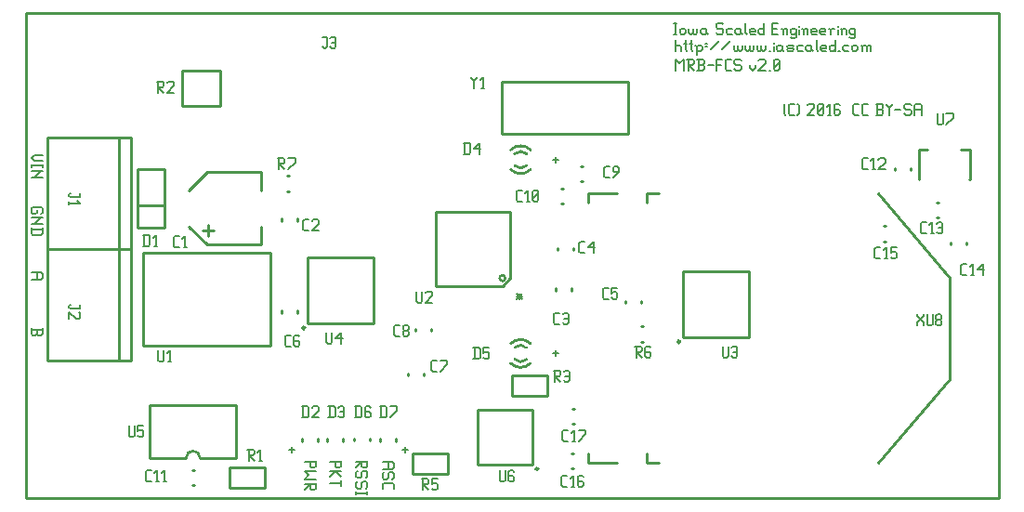
<source format=gto>
G04 start of page 9 for group -4079 idx -4079 *
G04 Title: (unknown), topsilk *
G04 Creator: pcb 20140316 *
G04 CreationDate: Tue 08 Nov 2016 05:00:26 PM GMT UTC *
G04 For: ndholmes *
G04 Format: Gerber/RS-274X *
G04 PCB-Dimensions (mil): 3500.00 1750.00 *
G04 PCB-Coordinate-Origin: lower left *
%MOIN*%
%FSLAX25Y25*%
%LNTOPSILK*%
%ADD89C,0.0080*%
%ADD88C,0.0100*%
G54D88*X500Y500D02*Y174500D01*
X349500D01*
Y500D02*Y174500D01*
Y500D02*X500D01*
G54D89*X233000Y171000D02*X234000D01*
X233500D02*Y167000D01*
X233000D02*X234000D01*
X235200Y168500D02*Y167500D01*
Y168500D02*X235700Y169000D01*
X236700D01*
X237200Y168500D01*
Y167500D01*
X236700Y167000D02*X237200Y167500D01*
X235700Y167000D02*X236700D01*
X235200Y167500D02*X235700Y167000D01*
X238400Y169000D02*Y167500D01*
X238900Y167000D01*
X239400D01*
X239900Y167500D01*
Y169000D02*Y167500D01*
X240400Y167000D01*
X240900D01*
X241400Y167500D01*
Y169000D02*Y167500D01*
X244100Y169000D02*X244600Y168500D01*
X243100Y169000D02*X244100D01*
X242600Y168500D02*X243100Y169000D01*
X242600Y168500D02*Y167500D01*
X243100Y167000D01*
X244600Y169000D02*Y167500D01*
X245100Y167000D01*
X243100D02*X244100D01*
X244600Y167500D01*
X250100Y171000D02*X250600Y170500D01*
X248600Y171000D02*X250100D01*
X248100Y170500D02*X248600Y171000D01*
X248100Y170500D02*Y169500D01*
X248600Y169000D01*
X250100D01*
X250600Y168500D01*
Y167500D01*
X250100Y167000D02*X250600Y167500D01*
X248600Y167000D02*X250100D01*
X248100Y167500D02*X248600Y167000D01*
X252300Y169000D02*X253800D01*
X251800Y168500D02*X252300Y169000D01*
X251800Y168500D02*Y167500D01*
X252300Y167000D01*
X253800D01*
X256500Y169000D02*X257000Y168500D01*
X255500Y169000D02*X256500D01*
X255000Y168500D02*X255500Y169000D01*
X255000Y168500D02*Y167500D01*
X255500Y167000D01*
X257000Y169000D02*Y167500D01*
X257500Y167000D01*
X255500D02*X256500D01*
X257000Y167500D01*
X258700Y171000D02*Y167500D01*
X259200Y167000D01*
X260700D02*X262200D01*
X260200Y167500D02*X260700Y167000D01*
X260200Y168500D02*Y167500D01*
Y168500D02*X260700Y169000D01*
X261700D01*
X262200Y168500D01*
X260200Y168000D02*X262200D01*
Y168500D02*Y168000D01*
X265400Y171000D02*Y167000D01*
X264900D02*X265400Y167500D01*
X263900Y167000D02*X264900D01*
X263400Y167500D02*X263900Y167000D01*
X263400Y168500D02*Y167500D01*
Y168500D02*X263900Y169000D01*
X264900D01*
X265400Y168500D01*
X268400Y169000D02*X269900D01*
X268400Y167000D02*X270400D01*
X268400Y171000D02*Y167000D01*
Y171000D02*X270400D01*
X272100Y168500D02*Y167000D01*
Y168500D02*X272600Y169000D01*
X273100D01*
X273600Y168500D01*
Y167000D01*
X271600Y169000D02*X272100Y168500D01*
X276300Y169000D02*X276800Y168500D01*
X275300Y169000D02*X276300D01*
X274800Y168500D02*X275300Y169000D01*
X274800Y168500D02*Y167500D01*
X275300Y167000D01*
X276300D01*
X276800Y167500D01*
X274800Y166000D02*X275300Y165500D01*
X276300D01*
X276800Y166000D01*
Y169000D02*Y166000D01*
X278000Y170000D02*Y169500D01*
Y168500D02*Y167000D01*
X279500Y168500D02*Y167000D01*
Y168500D02*X280000Y169000D01*
X280500D01*
X281000Y168500D01*
Y167000D01*
X279000Y169000D02*X279500Y168500D01*
X282700Y167000D02*X284200D01*
X282200Y167500D02*X282700Y167000D01*
X282200Y168500D02*Y167500D01*
Y168500D02*X282700Y169000D01*
X283700D01*
X284200Y168500D01*
X282200Y168000D02*X284200D01*
Y168500D02*Y168000D01*
X285900Y167000D02*X287400D01*
X285400Y167500D02*X285900Y167000D01*
X285400Y168500D02*Y167500D01*
Y168500D02*X285900Y169000D01*
X286900D01*
X287400Y168500D01*
X285400Y168000D02*X287400D01*
Y168500D02*Y168000D01*
X289100Y168500D02*Y167000D01*
Y168500D02*X289600Y169000D01*
X290600D01*
X288600D02*X289100Y168500D01*
X291800Y170000D02*Y169500D01*
Y168500D02*Y167000D01*
X293300Y168500D02*Y167000D01*
Y168500D02*X293800Y169000D01*
X294300D01*
X294800Y168500D01*
Y167000D01*
X292800Y169000D02*X293300Y168500D01*
X297500Y169000D02*X298000Y168500D01*
X296500Y169000D02*X297500D01*
X296000Y168500D02*X296500Y169000D01*
X296000Y168500D02*Y167500D01*
X296500Y167000D01*
X297500D01*
X298000Y167500D01*
X296000Y166000D02*X296500Y165500D01*
X297500D01*
X298000Y166000D01*
Y169000D02*Y166000D01*
X233500Y165000D02*Y161000D01*
Y162500D02*X234000Y163000D01*
X235000D01*
X235500Y162500D01*
Y161000D01*
X237200Y165000D02*Y161500D01*
X237700Y161000D01*
X236700Y163500D02*X237700D01*
X239200Y165000D02*Y161500D01*
X239700Y161000D01*
X238700Y163500D02*X239700D01*
X241200Y162500D02*Y159500D01*
X240700Y163000D02*X241200Y162500D01*
X241700Y163000D01*
X242700D01*
X243200Y162500D01*
Y161500D01*
X242700Y161000D02*X243200Y161500D01*
X241700Y161000D02*X242700D01*
X241200Y161500D02*X241700Y161000D01*
X244400Y163500D02*X244900D01*
X244400Y162500D02*X244900D01*
X246100Y161500D02*X249100Y164500D01*
X250300Y161500D02*X253300Y164500D01*
X254500Y163000D02*Y161500D01*
X255000Y161000D01*
X255500D01*
X256000Y161500D01*
Y163000D02*Y161500D01*
X256500Y161000D01*
X257000D01*
X257500Y161500D01*
Y163000D02*Y161500D01*
X258700Y163000D02*Y161500D01*
X259200Y161000D01*
X259700D01*
X260200Y161500D01*
Y163000D02*Y161500D01*
X260700Y161000D01*
X261200D01*
X261700Y161500D01*
Y163000D02*Y161500D01*
X262900Y163000D02*Y161500D01*
X263400Y161000D01*
X263900D01*
X264400Y161500D01*
Y163000D02*Y161500D01*
X264900Y161000D01*
X265400D01*
X265900Y161500D01*
Y163000D02*Y161500D01*
X267100Y161000D02*X267600D01*
X268800Y164000D02*Y163500D01*
Y162500D02*Y161000D01*
X271300Y163000D02*X271800Y162500D01*
X270300Y163000D02*X271300D01*
X269800Y162500D02*X270300Y163000D01*
X269800Y162500D02*Y161500D01*
X270300Y161000D01*
X271800Y163000D02*Y161500D01*
X272300Y161000D01*
X270300D02*X271300D01*
X271800Y161500D01*
X274000Y161000D02*X275500D01*
X276000Y161500D01*
X275500Y162000D02*X276000Y161500D01*
X274000Y162000D02*X275500D01*
X273500Y162500D02*X274000Y162000D01*
X273500Y162500D02*X274000Y163000D01*
X275500D01*
X276000Y162500D01*
X273500Y161500D02*X274000Y161000D01*
X277700Y163000D02*X279200D01*
X277200Y162500D02*X277700Y163000D01*
X277200Y162500D02*Y161500D01*
X277700Y161000D01*
X279200D01*
X281900Y163000D02*X282400Y162500D01*
X280900Y163000D02*X281900D01*
X280400Y162500D02*X280900Y163000D01*
X280400Y162500D02*Y161500D01*
X280900Y161000D01*
X282400Y163000D02*Y161500D01*
X282900Y161000D01*
X280900D02*X281900D01*
X282400Y161500D01*
X284100Y165000D02*Y161500D01*
X284600Y161000D01*
X286100D02*X287600D01*
X285600Y161500D02*X286100Y161000D01*
X285600Y162500D02*Y161500D01*
Y162500D02*X286100Y163000D01*
X287100D01*
X287600Y162500D01*
X285600Y162000D02*X287600D01*
Y162500D02*Y162000D01*
X290800Y165000D02*Y161000D01*
X290300D02*X290800Y161500D01*
X289300Y161000D02*X290300D01*
X288800Y161500D02*X289300Y161000D01*
X288800Y162500D02*Y161500D01*
Y162500D02*X289300Y163000D01*
X290300D01*
X290800Y162500D01*
X292000Y161000D02*X292500D01*
X294200Y163000D02*X295700D01*
X293700Y162500D02*X294200Y163000D01*
X293700Y162500D02*Y161500D01*
X294200Y161000D01*
X295700D01*
X296900Y162500D02*Y161500D01*
Y162500D02*X297400Y163000D01*
X298400D01*
X298900Y162500D01*
Y161500D01*
X298400Y161000D02*X298900Y161500D01*
X297400Y161000D02*X298400D01*
X296900Y161500D02*X297400Y161000D01*
X300600Y162500D02*Y161000D01*
Y162500D02*X301100Y163000D01*
X301600D01*
X302100Y162500D01*
Y161000D01*
Y162500D02*X302600Y163000D01*
X303100D01*
X303600Y162500D01*
Y161000D01*
X300100Y163000D02*X300600Y162500D01*
X233500Y158000D02*Y154000D01*
Y158000D02*X235000Y156500D01*
X236500Y158000D01*
Y154000D01*
X237700Y158000D02*X239700D01*
X240200Y157500D01*
Y156500D01*
X239700Y156000D02*X240200Y156500D01*
X238200Y156000D02*X239700D01*
X238200Y158000D02*Y154000D01*
Y156000D02*X240200Y154000D01*
X241400D02*X243400D01*
X243900Y154500D01*
Y155500D02*Y154500D01*
X243400Y156000D02*X243900Y155500D01*
X241900Y156000D02*X243400D01*
X241900Y158000D02*Y154000D01*
X241400Y158000D02*X243400D01*
X243900Y157500D01*
Y156500D01*
X243400Y156000D02*X243900Y156500D01*
X245100Y156000D02*X247100D01*
X248300Y158000D02*Y154000D01*
Y158000D02*X250300D01*
X248300Y156000D02*X249800D01*
X252000Y154000D02*X253500D01*
X251500Y154500D02*X252000Y154000D01*
X251500Y157500D02*Y154500D01*
Y157500D02*X252000Y158000D01*
X253500D01*
X256700D02*X257200Y157500D01*
X255200Y158000D02*X256700D01*
X254700Y157500D02*X255200Y158000D01*
X254700Y157500D02*Y156500D01*
X255200Y156000D01*
X256700D01*
X257200Y155500D01*
Y154500D01*
X256700Y154000D02*X257200Y154500D01*
X255200Y154000D02*X256700D01*
X254700Y154500D02*X255200Y154000D01*
X260200Y156000D02*Y155000D01*
X261200Y154000D01*
X262200Y155000D01*
Y156000D02*Y155000D01*
X263400Y157500D02*X263900Y158000D01*
X265400D01*
X265900Y157500D01*
Y156500D01*
X263400Y154000D02*X265900Y156500D01*
X263400Y154000D02*X265900D01*
X267100D02*X267600D01*
X268800Y154500D02*X269300Y154000D01*
X268800Y157500D02*Y154500D01*
Y157500D02*X269300Y158000D01*
X270300D01*
X270800Y157500D01*
Y154500D01*
X270300Y154000D02*X270800Y154500D01*
X269300Y154000D02*X270300D01*
X268800Y155000D02*X270800Y157000D01*
X272500Y138500D02*X273000Y138000D01*
X272500Y141500D02*X273000Y142000D01*
X272500Y141500D02*Y138500D01*
X274700Y138000D02*X276200D01*
X274200Y138500D02*X274700Y138000D01*
X274200Y141500D02*Y138500D01*
Y141500D02*X274700Y142000D01*
X276200D01*
X277400D02*X277900Y141500D01*
Y138500D01*
X277400Y138000D02*X277900Y138500D01*
X280900Y141500D02*X281400Y142000D01*
X282900D01*
X283400Y141500D01*
Y140500D01*
X280900Y138000D02*X283400Y140500D01*
X280900Y138000D02*X283400D01*
X284600Y138500D02*X285100Y138000D01*
X284600Y141500D02*Y138500D01*
Y141500D02*X285100Y142000D01*
X286100D01*
X286600Y141500D01*
Y138500D01*
X286100Y138000D02*X286600Y138500D01*
X285100Y138000D02*X286100D01*
X284600Y139000D02*X286600Y141000D01*
X288300Y138000D02*X289300D01*
X288800Y142000D02*Y138000D01*
X287800Y141000D02*X288800Y142000D01*
X292000D02*X292500Y141500D01*
X291000Y142000D02*X292000D01*
X290500Y141500D02*X291000Y142000D01*
X290500Y141500D02*Y138500D01*
X291000Y138000D01*
X292000Y140000D02*X292500Y139500D01*
X290500Y140000D02*X292000D01*
X291000Y138000D02*X292000D01*
X292500Y138500D01*
Y139500D02*Y138500D01*
X297800Y138000D02*X299300D01*
X297300Y138500D02*X297800Y138000D01*
X297300Y141500D02*Y138500D01*
Y141500D02*X297800Y142000D01*
X299300D01*
X301000Y138000D02*X302500D01*
X300500Y138500D02*X301000Y138000D01*
X300500Y141500D02*Y138500D01*
Y141500D02*X301000Y142000D01*
X302500D01*
X305500Y138000D02*X307500D01*
X308000Y138500D01*
Y139500D02*Y138500D01*
X307500Y140000D02*X308000Y139500D01*
X306000Y140000D02*X307500D01*
X306000Y142000D02*Y138000D01*
X305500Y142000D02*X307500D01*
X308000Y141500D01*
Y140500D01*
X307500Y140000D02*X308000Y140500D01*
X309200Y142000D02*Y141500D01*
X310200Y140500D01*
X311200Y141500D01*
Y142000D02*Y141500D01*
X310200Y140500D02*Y138000D01*
X312400Y140000D02*X314400D01*
X317600Y142000D02*X318100Y141500D01*
X316100Y142000D02*X317600D01*
X315600Y141500D02*X316100Y142000D01*
X315600Y141500D02*Y140500D01*
X316100Y140000D01*
X317600D01*
X318100Y139500D01*
Y138500D01*
X317600Y138000D02*X318100Y138500D01*
X316100Y138000D02*X317600D01*
X315600Y138500D02*X316100Y138000D01*
X319300Y141500D02*Y138000D01*
Y141500D02*X319800Y142000D01*
X321300D01*
X321800Y141500D01*
Y138000D01*
X319300Y140000D02*X321800D01*
X3500Y123500D02*X6500D01*
X3500D02*X2500Y122500D01*
X3500Y121500D01*
X6500D01*
Y120300D02*Y119300D01*
X2500Y119800D02*X6500D01*
X2500Y120300D02*Y119300D01*
Y118100D02*X6500D01*
X6000D02*X6500D01*
X6000D02*X3500Y115600D01*
X2500D02*X6500D01*
Y103000D02*X6000Y102500D01*
X6500Y104500D02*Y103000D01*
X6000Y105000D02*X6500Y104500D01*
X3000Y105000D02*X6000D01*
X3000D02*X2500Y104500D01*
Y103000D01*
X3000Y102500D01*
X4000D01*
X4500Y103000D02*X4000Y102500D01*
X4500Y104000D02*Y103000D01*
X2500Y101300D02*X6500D01*
X6000D02*X6500D01*
X6000D02*X3500Y98800D01*
X2500D02*X6500D01*
X2500Y97100D02*X6500D01*
Y95600D02*X6000Y95100D01*
X3000D02*X6000D01*
X2500Y95600D02*X3000Y95100D01*
X2500Y97600D02*Y95600D01*
X6500Y97600D02*Y95600D01*
X2500Y81500D02*X6000D01*
X6500Y81000D01*
Y79500D01*
X6000Y79000D01*
X2500D02*X6000D01*
X4500Y81500D02*Y79000D01*
X2500Y61500D02*Y59500D01*
X3000Y59000D01*
X4000D01*
X4500Y59500D02*X4000Y59000D01*
X4500Y61000D02*Y59500D01*
X2500Y61000D02*X6500D01*
Y61500D02*Y59500D01*
X6000Y59000D01*
X5000D02*X6000D01*
X4500Y59500D02*X5000Y59000D01*
X100500Y13500D02*X104500D01*
Y14000D02*Y12000D01*
X104000Y11500D01*
X103000D02*X104000D01*
X102500Y12000D02*X103000Y11500D01*
X102500Y13500D02*Y12000D01*
X100500Y10300D02*X104500D01*
X100500D02*X102000Y8800D01*
X100500Y7300D01*
X104500D01*
Y6100D02*Y4100D01*
X104000Y3600D01*
X103000D02*X104000D01*
X102500Y4100D02*X103000Y3600D01*
X102500Y5600D02*Y4100D01*
X100500Y5600D02*X104500D01*
X102500D02*X100500Y3600D01*
X94900Y17900D02*X96900D01*
X95900Y18900D02*Y16900D01*
X109500Y13500D02*X113500D01*
Y14000D02*Y12000D01*
X113000Y11500D01*
X112000D02*X113000D01*
X111500Y12000D02*X112000Y11500D01*
X111500Y13500D02*Y12000D01*
X109500Y10300D02*X113500D01*
X111500D02*X113500Y8300D01*
X111500Y10300D02*X109500Y8300D01*
X113500Y7100D02*Y5100D01*
X109500Y6100D02*X113500D01*
X123000Y14000D02*Y12000D01*
X122500Y11500D01*
X121500D02*X122500D01*
X121000Y12000D02*X121500Y11500D01*
X121000Y13500D02*Y12000D01*
X119000Y13500D02*X123000D01*
X121000D02*X119000Y11500D01*
X123000Y8300D02*X122500Y7800D01*
X123000Y9800D02*Y8300D01*
X122500Y10300D02*X123000Y9800D01*
X121500Y10300D02*X122500D01*
X121500D02*X121000Y9800D01*
Y8300D01*
X120500Y7800D01*
X119500D02*X120500D01*
X119000Y8300D02*X119500Y7800D01*
X119000Y9800D02*Y8300D01*
X119500Y10300D02*X119000Y9800D01*
X123000Y4600D02*X122500Y4100D01*
X123000Y6100D02*Y4600D01*
X122500Y6600D02*X123000Y6100D01*
X121500Y6600D02*X122500D01*
X121500D02*X121000Y6100D01*
Y4600D01*
X120500Y4100D01*
X119500D02*X120500D01*
X119000Y4600D02*X119500Y4100D01*
X119000Y6100D02*Y4600D01*
X119500Y6600D02*X119000Y6100D01*
X123000Y2900D02*Y1900D01*
X119000Y2400D02*X123000D01*
X119000Y2900D02*Y1900D01*
X128500Y13500D02*X132000D01*
X132500Y13000D01*
Y11500D01*
X132000Y11000D01*
X128500D02*X132000D01*
X130500Y13500D02*Y11000D01*
X132500Y7800D02*X132000Y7300D01*
X132500Y9300D02*Y7800D01*
X132000Y9800D02*X132500Y9300D01*
X131000Y9800D02*X132000D01*
X131000D02*X130500Y9300D01*
Y7800D01*
X130000Y7300D01*
X129000D02*X130000D01*
X128500Y7800D02*X129000Y7300D01*
X128500Y9300D02*Y7800D01*
X129000Y9800D02*X128500Y9300D01*
Y5600D02*Y4100D01*
X129000Y6100D02*X128500Y5600D01*
X129000Y6100D02*X132000D01*
X132500Y5600D01*
Y4100D01*
X135500Y18000D02*X137500D01*
X136500Y19000D02*Y17000D01*
X176500Y74000D02*X178500Y72000D01*
X176500D02*X178500Y74000D01*
X176500Y73000D02*X178500D01*
X177500Y74000D02*Y72000D01*
X189500Y122000D02*X191500D01*
X190500Y123000D02*Y121000D01*
X189500Y52500D02*X191500D01*
X190500Y53500D02*Y51500D01*
G54D88*X143255Y45350D02*Y44564D01*
X137745Y45350D02*Y44564D01*
X133255Y21893D02*Y21107D01*
X127745Y21893D02*Y21107D01*
X139201Y16741D02*X151799D01*
Y9259D01*
X139201D02*X151799D01*
X139201Y16741D02*Y9259D01*
X162657Y12657D02*X182343D01*
X162657Y32343D02*Y12657D01*
Y32343D02*X182343D01*
Y12657D01*
X184343Y11157D02*G75*G03X184343Y11157I-500J0D01*G01*
X196107Y11245D02*X196893D01*
X196107Y16755D02*X196893D01*
X196607Y27245D02*X197393D01*
X196607Y32755D02*X197393D01*
X174853Y44666D02*X187451D01*
Y37184D01*
X174853D01*
Y44666D01*
X114255Y21850D02*Y21064D01*
X108745Y21850D02*Y21064D01*
X123755Y21936D02*Y21150D01*
X118245Y21936D02*Y21150D01*
X8200Y130000D02*Y90000D01*
X38200Y130000D02*Y90000D01*
X33800Y130000D02*Y90000D01*
X8200Y130000D02*X38200D01*
X8200Y90000D02*X38200D01*
X8200D02*Y50000D01*
X38200Y90000D02*Y50000D01*
X33800Y90000D02*Y50000D01*
X8200Y90000D02*X38200D01*
X8200Y50000D02*X38200D01*
X94107Y110788D02*X94893D01*
X94107Y116298D02*X94893D01*
X84992Y98004D02*Y91508D01*
Y117492D02*Y110996D01*
X65504Y117492D02*X84992D01*
X65504Y91508D02*X84992D01*
X65504Y117492D02*X59008Y110996D01*
X65504Y91508D02*X59008Y98004D01*
X66000Y98500D02*Y94500D01*
X64000Y96500D02*X68000D01*
X50300Y118500D02*Y97500D01*
X40700Y118500D02*Y97500D01*
X50300D01*
X40700Y118500D02*X50300D01*
X40700Y105500D02*X50300D01*
X42665Y55126D02*X88335D01*
X42665Y88590D02*X88335D01*
X42665D02*Y55126D01*
X88335Y88590D02*Y55126D01*
X97755Y67893D02*Y67107D01*
X92245Y67893D02*Y67107D01*
Y100893D02*Y100107D01*
X97755Y100893D02*Y100107D01*
X101689Y86811D02*Y63189D01*
Y86811D02*X125311D01*
Y63189D01*
X101689D02*X125311D01*
X100189Y61189D02*G75*G03X100189Y61189I0J500D01*G01*
X60107Y10755D02*X60893D01*
X60107Y5245D02*X60893D01*
X73701Y4259D02*X86299D01*
X73701Y11741D02*Y4259D01*
Y11741D02*X86299D01*
Y4259D01*
X56610Y153799D02*Y141201D01*
Y153799D02*X70390D01*
Y141201D01*
X56610D02*X70390D01*
X76000Y34000D02*Y15000D01*
X45000Y34000D02*X76000D01*
X45000D02*Y15000D01*
X63000D02*X76000D01*
X45000D02*X58000D01*
X63000D02*G75*G03X58000Y15000I-2500J0D01*G01*
X105255Y21893D02*Y21107D01*
X99745Y21893D02*Y21107D01*
X145755Y61393D02*Y60607D01*
X140245Y61393D02*Y60607D01*
X175879Y119879D02*G75*G03X180121Y119879I2121J2121D01*G01*
X180121Y124121D02*G75*G03X175879Y124121I-2121J-2121D01*G01*
X174464Y118464D02*G75*G03X181536Y118464I3536J3536D01*G01*
X181536Y125536D02*G75*G03X174464Y125536I-3536J-3536D01*G01*
X192607Y111755D02*X193393D01*
X192607Y106245D02*X193393D01*
X199607Y114245D02*X200393D01*
X199607Y119755D02*X200393D01*
X171362Y131150D02*X216638D01*
X171362Y149850D02*Y131150D01*
Y149850D02*X216638D01*
Y131150D01*
X221255Y71393D02*Y70607D01*
X215745Y71393D02*Y70607D01*
X221150Y62255D02*X221936D01*
X221150Y56745D02*X221936D01*
X175879Y50379D02*G75*G03X180121Y50379I2121J2121D01*G01*
X180121Y54621D02*G75*G03X175879Y54621I-2121J-2121D01*G01*
X174464Y48964D02*G75*G03X181536Y48964I3536J3536D01*G01*
X181536Y56036D02*G75*G03X174464Y56036I-3536J-3536D01*G01*
X147621Y76621D02*X171479D01*
X147621Y103379D02*Y76621D01*
Y103379D02*X174379D01*
Y79521D01*
X171479Y76621D01*
X172479Y79521D02*G75*G03X172479Y79521I-1000J0D01*G01*
X196255Y75893D02*Y75107D01*
X190745Y75893D02*Y75107D01*
X196755Y90436D02*Y89650D01*
X191245Y90436D02*Y89650D01*
X317755Y118936D02*Y118150D01*
X312245Y118936D02*Y118150D01*
X236189Y81811D02*Y58189D01*
Y81811D02*X259811D01*
Y58189D01*
X236189D02*X259811D01*
X234689Y56189D02*G75*G03X234689Y56189I0J500D01*G01*
X308107Y98255D02*X308893D01*
X308107Y92745D02*X308893D01*
X332245Y92393D02*Y91607D01*
X337755Y92393D02*Y91607D01*
X327107Y101245D02*X327893D01*
X327107Y106755D02*X327893D01*
X320750Y125650D02*Y115020D01*
X339250Y125650D02*Y115020D01*
X320750Y125650D02*X324000D01*
X339250D02*X336000D01*
X320750Y115020D02*X320929D01*
X339071D02*X339250D01*
X223150Y109807D02*X227500D01*
X223150Y13193D02*X227500D01*
X223150Y109807D02*Y106500D01*
Y16500D02*Y13193D01*
X306142Y109807D02*X331851Y79610D01*
X306142Y13193D02*X331851Y43390D01*
Y79610D02*Y43390D01*
X202150Y109807D02*Y106500D01*
Y109807D02*X212500D01*
X202150Y16500D02*Y13193D01*
X212500D01*
G54D89*X20000Y70000D02*Y68500D01*
X16500D02*X20000D01*
X16000Y69000D02*X16500Y68500D01*
X16000Y69500D02*Y69000D01*
X16500Y70000D02*X16000Y69500D01*
X19500Y67300D02*X20000Y66800D01*
Y65300D01*
X19500Y64800D01*
X18500D02*X19500D01*
X16000Y67300D02*X18500Y64800D01*
X16000Y67300D02*Y64800D01*
X44000Y6500D02*X45500D01*
X43500Y7000D02*X44000Y6500D01*
X43500Y10000D02*Y7000D01*
Y10000D02*X44000Y10500D01*
X45500D01*
X47200Y6500D02*X48200D01*
X47700Y10500D02*Y6500D01*
X46700Y9500D02*X47700Y10500D01*
X49900Y6500D02*X50900D01*
X50400Y10500D02*Y6500D01*
X49400Y9500D02*X50400Y10500D01*
X37500Y26500D02*Y23000D01*
X38000Y22500D01*
X39000D01*
X39500Y23000D01*
Y26500D02*Y23000D01*
X40700Y26500D02*X42700D01*
X40700D02*Y24500D01*
X41200Y25000D01*
X42200D01*
X42700Y24500D01*
Y23000D01*
X42200Y22500D02*X42700Y23000D01*
X41200Y22500D02*X42200D01*
X40700Y23000D02*X41200Y22500D01*
X128000Y33500D02*Y29500D01*
X129500Y33500D02*X130000Y33000D01*
Y30000D01*
X129500Y29500D02*X130000Y30000D01*
X127500Y29500D02*X129500D01*
X127500Y33500D02*X129500D01*
X131200Y29500D02*X133700Y32000D01*
Y33500D02*Y32000D01*
X131200Y33500D02*X133700D01*
X100000D02*Y29500D01*
X101500Y33500D02*X102000Y33000D01*
Y30000D01*
X101500Y29500D02*X102000Y30000D01*
X99500Y29500D02*X101500D01*
X99500Y33500D02*X101500D01*
X103200Y33000D02*X103700Y33500D01*
X105200D01*
X105700Y33000D01*
Y32000D01*
X103200Y29500D02*X105700Y32000D01*
X103200Y29500D02*X105700D01*
X80000Y18000D02*X82000D01*
X82500Y17500D01*
Y16500D01*
X82000Y16000D02*X82500Y16500D01*
X80500Y16000D02*X82000D01*
X80500Y18000D02*Y14000D01*
Y16000D02*X82500Y14000D01*
X84200D02*X85200D01*
X84700Y18000D02*Y14000D01*
X83700Y17000D02*X84700Y18000D01*
X118957Y33500D02*Y29500D01*
X120457Y33500D02*X120957Y33000D01*
Y30000D01*
X120457Y29500D02*X120957Y30000D01*
X118457Y29500D02*X120457D01*
X118457Y33500D02*X120457D01*
X123657D02*X124157Y33000D01*
X122657Y33500D02*X123657D01*
X122157Y33000D02*X122657Y33500D01*
X122157Y33000D02*Y30000D01*
X122657Y29500D01*
X123657Y31500D02*X124157Y31000D01*
X122157Y31500D02*X123657D01*
X122657Y29500D02*X123657D01*
X124157Y30000D01*
Y31000D02*Y30000D01*
X109543Y33500D02*Y29500D01*
X111043Y33500D02*X111543Y33000D01*
Y30000D01*
X111043Y29500D02*X111543Y30000D01*
X109043Y29500D02*X111043D01*
X109043Y33500D02*X111043D01*
X112743Y33000D02*X113243Y33500D01*
X114243D01*
X114743Y33000D01*
Y30000D01*
X114243Y29500D02*X114743Y30000D01*
X113243Y29500D02*X114243D01*
X112743Y30000D02*X113243Y29500D01*
Y31500D02*X114743D01*
X108390Y60047D02*Y56547D01*
X108890Y56047D01*
X109890D01*
X110390Y56547D01*
Y60047D02*Y56547D01*
X111590Y58047D02*X113590Y60047D01*
X111590Y58047D02*X114090D01*
X113590Y60047D02*Y56047D01*
X48000Y53500D02*Y50000D01*
X48500Y49500D01*
X49500D01*
X50000Y50000D01*
Y53500D02*Y50000D01*
X51700Y49500D02*X52700D01*
X52200Y53500D02*Y49500D01*
X51200Y52500D02*X52200Y53500D01*
X94000Y55000D02*X95500D01*
X93500Y55500D02*X94000Y55000D01*
X93500Y58500D02*Y55500D01*
Y58500D02*X94000Y59000D01*
X95500D01*
X98200D02*X98700Y58500D01*
X97200Y59000D02*X98200D01*
X96700Y58500D02*X97200Y59000D01*
X96700Y58500D02*Y55500D01*
X97200Y55000D01*
X98200Y57000D02*X98700Y56500D01*
X96700Y57000D02*X98200D01*
X97200Y55000D02*X98200D01*
X98700Y55500D01*
Y56500D02*Y55500D01*
X142500Y7500D02*X144500D01*
X145000Y7000D01*
Y6000D01*
X144500Y5500D02*X145000Y6000D01*
X143000Y5500D02*X144500D01*
X143000Y7500D02*Y3500D01*
Y5500D02*X145000Y3500D01*
X146200Y7500D02*X148200D01*
X146200D02*Y5500D01*
X146700Y6000D01*
X147700D01*
X148200Y5500D01*
Y4000D01*
X147700Y3500D02*X148200Y4000D01*
X146700Y3500D02*X147700D01*
X146200Y4000D02*X146700Y3500D01*
X170500Y10500D02*Y7000D01*
X171000Y6500D01*
X172000D01*
X172500Y7000D01*
Y10500D02*Y7000D01*
X175200Y10500D02*X175700Y10000D01*
X174200Y10500D02*X175200D01*
X173700Y10000D02*X174200Y10500D01*
X173700Y10000D02*Y7000D01*
X174200Y6500D01*
X175200Y8500D02*X175700Y8000D01*
X173700Y8500D02*X175200D01*
X174200Y6500D02*X175200D01*
X175700Y7000D01*
Y8000D02*Y7000D01*
X193100Y4700D02*X194600D01*
X192600Y5200D02*X193100Y4700D01*
X192600Y8200D02*Y5200D01*
Y8200D02*X193100Y8700D01*
X194600D01*
X196300Y4700D02*X197300D01*
X196800Y8700D02*Y4700D01*
X195800Y7700D02*X196800Y8700D01*
X200000D02*X200500Y8200D01*
X199000Y8700D02*X200000D01*
X198500Y8200D02*X199000Y8700D01*
X198500Y8200D02*Y5200D01*
X199000Y4700D01*
X200000Y6700D02*X200500Y6200D01*
X198500Y6700D02*X200000D01*
X199000Y4700D02*X200000D01*
X200500Y5200D01*
Y6200D02*Y5200D01*
X133200Y58700D02*X134700D01*
X132700Y59200D02*X133200Y58700D01*
X132700Y62200D02*Y59200D01*
Y62200D02*X133200Y62700D01*
X134700D01*
X135900Y59200D02*X136400Y58700D01*
X135900Y60200D02*Y59200D01*
Y60200D02*X136400Y60700D01*
X137400D01*
X137900Y60200D01*
Y59200D01*
X137400Y58700D02*X137900Y59200D01*
X136400Y58700D02*X137400D01*
X135900Y61200D02*X136400Y60700D01*
X135900Y62200D02*Y61200D01*
Y62200D02*X136400Y62700D01*
X137400D01*
X137900Y62200D01*
Y61200D01*
X137400Y60700D02*X137900Y61200D01*
X146500Y46000D02*X148000D01*
X146000Y46500D02*X146500Y46000D01*
X146000Y49500D02*Y46500D01*
Y49500D02*X146500Y50000D01*
X148000D01*
X149200Y46000D02*X151700Y48500D01*
Y50000D02*Y48500D01*
X149200Y50000D02*X151700D01*
X158000Y128000D02*Y124000D01*
X159500Y128000D02*X160000Y127500D01*
Y124500D01*
X159500Y124000D02*X160000Y124500D01*
X157500Y124000D02*X159500D01*
X157500Y128000D02*X159500D01*
X161200Y126000D02*X163200Y128000D01*
X161200Y126000D02*X163700D01*
X163200Y128000D02*Y124000D01*
X177000Y107000D02*X178500D01*
X176500Y107500D02*X177000Y107000D01*
X176500Y110500D02*Y107500D01*
Y110500D02*X177000Y111000D01*
X178500D01*
X180200Y107000D02*X181200D01*
X180700Y111000D02*Y107000D01*
X179700Y110000D02*X180700Y111000D01*
X182400Y107500D02*X182900Y107000D01*
X182400Y110500D02*Y107500D01*
Y110500D02*X182900Y111000D01*
X183900D01*
X184400Y110500D01*
Y107500D01*
X183900Y107000D02*X184400Y107500D01*
X182900Y107000D02*X183900D01*
X182400Y108000D02*X184400Y110000D01*
X161500Y54500D02*Y50500D01*
X163000Y54500D02*X163500Y54000D01*
Y51000D01*
X163000Y50500D02*X163500Y51000D01*
X161000Y50500D02*X163000D01*
X161000Y54500D02*X163000D01*
X164700D02*X166700D01*
X164700D02*Y52500D01*
X165200Y53000D01*
X166200D01*
X166700Y52500D01*
Y51000D01*
X166200Y50500D02*X166700Y51000D01*
X165200Y50500D02*X166200D01*
X164700Y51000D02*X165200Y50500D01*
X160217Y151783D02*Y151283D01*
X161217Y150283D01*
X162217Y151283D01*
Y151783D02*Y151283D01*
X161217Y150283D02*Y147783D01*
X163917D02*X164917D01*
X164417Y151783D02*Y147783D01*
X163417Y150783D02*X164417Y151783D01*
X189752Y46425D02*X191752D01*
X192252Y45925D01*
Y44925D01*
X191752Y44425D02*X192252Y44925D01*
X190252Y44425D02*X191752D01*
X190252Y46425D02*Y42425D01*
Y44425D02*X192252Y42425D01*
X193452Y45925D02*X193952Y46425D01*
X194952D01*
X195452Y45925D01*
Y42925D01*
X194952Y42425D02*X195452Y42925D01*
X193952Y42425D02*X194952D01*
X193452Y42925D02*X193952Y42425D01*
Y44425D02*X195452D01*
X190414Y63000D02*X191914D01*
X189914Y63500D02*X190414Y63000D01*
X189914Y66500D02*Y63500D01*
Y66500D02*X190414Y67000D01*
X191914D01*
X193114Y66500D02*X193614Y67000D01*
X194614D01*
X195114Y66500D01*
Y63500D01*
X194614Y63000D02*X195114Y63500D01*
X193614Y63000D02*X194614D01*
X193114Y63500D02*X193614Y63000D01*
Y65000D02*X195114D01*
X193500Y21000D02*X195000D01*
X193000Y21500D02*X193500Y21000D01*
X193000Y24500D02*Y21500D01*
Y24500D02*X193500Y25000D01*
X195000D01*
X196700Y21000D02*X197700D01*
X197200Y25000D02*Y21000D01*
X196200Y24000D02*X197200Y25000D01*
X198900Y21000D02*X201400Y23500D01*
Y25000D02*Y23500D01*
X198900Y25000D02*X201400D01*
X208000Y72000D02*X209500D01*
X207500Y72500D02*X208000Y72000D01*
X207500Y75500D02*Y72500D01*
Y75500D02*X208000Y76000D01*
X209500D01*
X210700D02*X212700D01*
X210700D02*Y74000D01*
X211200Y74500D01*
X212200D01*
X212700Y74000D01*
Y72500D01*
X212200Y72000D02*X212700Y72500D01*
X211200Y72000D02*X212200D01*
X210700Y72500D02*X211200Y72000D01*
X219043Y55000D02*X221043D01*
X221543Y54500D01*
Y53500D01*
X221043Y53000D02*X221543Y53500D01*
X219543Y53000D02*X221043D01*
X219543Y55000D02*Y51000D01*
Y53000D02*X221543Y51000D01*
X224243Y55000D02*X224743Y54500D01*
X223243Y55000D02*X224243D01*
X222743Y54500D02*X223243Y55000D01*
X222743Y54500D02*Y51500D01*
X223243Y51000D01*
X224243Y53000D02*X224743Y52500D01*
X222743Y53000D02*X224243D01*
X223243Y51000D02*X224243D01*
X224743Y51500D01*
Y52500D02*Y51500D01*
X208500Y115500D02*X210000D01*
X208000Y116000D02*X208500Y115500D01*
X208000Y119000D02*Y116000D01*
Y119000D02*X208500Y119500D01*
X210000D01*
X211200Y115500D02*X213200Y117500D01*
Y119000D02*Y117500D01*
X212700Y119500D02*X213200Y119000D01*
X211700Y119500D02*X212700D01*
X211200Y119000D02*X211700Y119500D01*
X211200Y119000D02*Y118000D01*
X211700Y117500D01*
X213200D01*
X199457Y88500D02*X200957D01*
X198957Y89000D02*X199457Y88500D01*
X198957Y92000D02*Y89000D01*
Y92000D02*X199457Y92500D01*
X200957D01*
X202157Y90500D02*X204157Y92500D01*
X202157Y90500D02*X204657D01*
X204157Y92500D02*Y88500D01*
X140600Y74700D02*Y71200D01*
X141100Y70700D01*
X142100D01*
X142600Y71200D01*
Y74700D02*Y71200D01*
X143800Y74200D02*X144300Y74700D01*
X145800D01*
X146300Y74200D01*
Y73200D01*
X143800Y70700D02*X146300Y73200D01*
X143800Y70700D02*X146300D01*
X90914Y122457D02*X92914D01*
X93414Y121957D01*
Y120957D01*
X92914Y120457D02*X93414Y120957D01*
X91414Y120457D02*X92914D01*
X91414Y122457D02*Y118457D01*
Y120457D02*X93414Y118457D01*
X94614D02*X97114Y120957D01*
Y122457D02*Y120957D01*
X94614Y122457D02*X97114D01*
X100500Y96600D02*X102000D01*
X100000Y97100D02*X100500Y96600D01*
X100000Y100100D02*Y97100D01*
Y100100D02*X100500Y100600D01*
X102000D01*
X103200Y100100D02*X103700Y100600D01*
X105200D01*
X105700Y100100D01*
Y99100D01*
X103200Y96600D02*X105700Y99100D01*
X103200Y96600D02*X105700D01*
X107000Y166000D02*X108500D01*
Y162500D01*
X108000Y162000D02*X108500Y162500D01*
X107500Y162000D02*X108000D01*
X107000Y162500D02*X107500Y162000D01*
X109700Y165500D02*X110200Y166000D01*
X111200D01*
X111700Y165500D01*
Y162500D01*
X111200Y162000D02*X111700Y162500D01*
X110200Y162000D02*X111200D01*
X109700Y162500D02*X110200Y162000D01*
Y164000D02*X111700D01*
X20000Y110000D02*Y108500D01*
X16500D02*X20000D01*
X16000Y109000D02*X16500Y108500D01*
X16000Y109500D02*Y109000D01*
X16500Y110000D02*X16000Y109500D01*
Y106800D02*Y105800D01*
Y106300D02*X20000D01*
X19000Y107300D02*X20000Y106300D01*
X47500Y150000D02*X49500D01*
X50000Y149500D01*
Y148500D01*
X49500Y148000D02*X50000Y148500D01*
X48000Y148000D02*X49500D01*
X48000Y150000D02*Y146000D01*
Y148000D02*X50000Y146000D01*
X51200Y149500D02*X51700Y150000D01*
X53200D01*
X53700Y149500D01*
Y148500D01*
X51200Y146000D02*X53700Y148500D01*
X51200Y146000D02*X53700D01*
X54000Y90500D02*X55500D01*
X53500Y91000D02*X54000Y90500D01*
X53500Y94000D02*Y91000D01*
Y94000D02*X54000Y94500D01*
X55500D01*
X57200Y90500D02*X58200D01*
X57700Y94500D02*Y90500D01*
X56700Y93500D02*X57700Y94500D01*
X43000Y95000D02*Y91000D01*
X44500Y95000D02*X45000Y94500D01*
Y91500D01*
X44500Y91000D02*X45000Y91500D01*
X42500Y91000D02*X44500D01*
X42500Y95000D02*X44500D01*
X46700Y91000D02*X47700D01*
X47200Y95000D02*Y91000D01*
X46200Y94000D02*X47200Y95000D01*
X327500Y138500D02*Y135000D01*
X328000Y134500D01*
X329000D01*
X329500Y135000D01*
Y138500D02*Y135000D01*
X330700Y134500D02*X333200Y137000D01*
Y138500D02*Y137000D01*
X330700Y138500D02*X333200D01*
X300957Y118500D02*X302457D01*
X300457Y119000D02*X300957Y118500D01*
X300457Y122000D02*Y119000D01*
Y122000D02*X300957Y122500D01*
X302457D01*
X304157Y118500D02*X305157D01*
X304657Y122500D02*Y118500D01*
X303657Y121500D02*X304657Y122500D01*
X306357Y122000D02*X306857Y122500D01*
X308357D01*
X308857Y122000D01*
Y121000D01*
X306357Y118500D02*X308857Y121000D01*
X306357Y118500D02*X308857D01*
X305500Y86500D02*X307000D01*
X305000Y87000D02*X305500Y86500D01*
X305000Y90000D02*Y87000D01*
Y90000D02*X305500Y90500D01*
X307000D01*
X308700Y86500D02*X309700D01*
X309200Y90500D02*Y86500D01*
X308200Y89500D02*X309200Y90500D01*
X310900D02*X312900D01*
X310900D02*Y88500D01*
X311400Y89000D01*
X312400D01*
X312900Y88500D01*
Y87000D01*
X312400Y86500D02*X312900Y87000D01*
X311400Y86500D02*X312400D01*
X310900Y87000D02*X311400Y86500D01*
X322000Y95500D02*X323500D01*
X321500Y96000D02*X322000Y95500D01*
X321500Y99000D02*Y96000D01*
Y99000D02*X322000Y99500D01*
X323500D01*
X325200Y95500D02*X326200D01*
X325700Y99500D02*Y95500D01*
X324700Y98500D02*X325700Y99500D01*
X327400Y99000D02*X327900Y99500D01*
X328900D01*
X329400Y99000D01*
Y96000D01*
X328900Y95500D02*X329400Y96000D01*
X327900Y95500D02*X328900D01*
X327400Y96000D02*X327900Y95500D01*
Y97500D02*X329400D01*
X250500Y55000D02*Y51500D01*
X251000Y51000D01*
X252000D01*
X252500Y51500D01*
Y55000D02*Y51500D01*
X253700Y54500D02*X254200Y55000D01*
X255200D01*
X255700Y54500D01*
Y51500D01*
X255200Y51000D02*X255700Y51500D01*
X254200Y51000D02*X255200D01*
X253700Y51500D02*X254200Y51000D01*
Y53000D02*X255700D01*
X336500Y80500D02*X338000D01*
X336000Y81000D02*X336500Y80500D01*
X336000Y84000D02*Y81000D01*
Y84000D02*X336500Y84500D01*
X338000D01*
X339700Y80500D02*X340700D01*
X340200Y84500D02*Y80500D01*
X339200Y83500D02*X340200Y84500D01*
X341900Y82500D02*X343900Y84500D01*
X341900Y82500D02*X344400D01*
X343900Y84500D02*Y80500D01*
X320100Y66600D02*Y66100D01*
X322600Y63600D01*
Y62600D01*
X320100Y63600D02*Y62600D01*
Y63600D02*X322600Y66100D01*
Y66600D02*Y66100D01*
X323800Y66600D02*Y63100D01*
X324300Y62600D01*
X325300D01*
X325800Y63100D01*
Y66600D02*Y63100D01*
X327000D02*X327500Y62600D01*
X327000Y64100D02*Y63100D01*
Y64100D02*X327500Y64600D01*
X328500D01*
X329000Y64100D01*
Y63100D01*
X328500Y62600D02*X329000Y63100D01*
X327500Y62600D02*X328500D01*
X327000Y65100D02*X327500Y64600D01*
X327000Y66100D02*Y65100D01*
Y66100D02*X327500Y66600D01*
X328500D01*
X329000Y66100D01*
Y65100D01*
X328500Y64600D02*X329000Y65100D01*
M02*

</source>
